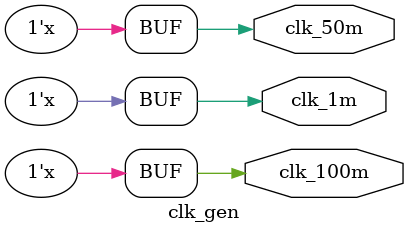
<source format=v>
module clk_gen(
clk_50m,
clk_100m,
clk_1m
);
output clk_50m;
output clk_100m;
output clk_1m;
//------------------------------------
reg clk_50m;
reg clk_100m;
reg clk_1m;
initial clk_50m <= 1'b1;
initial clk_100m <= 1'b1;
initial clk_1m <= 1'b1;

always #10 clk_50m <= ~clk_50m;
always #5 clk_100m <= ~clk_100m;
always #500 clk_1m <= ~clk_1m;

endmodule




</source>
